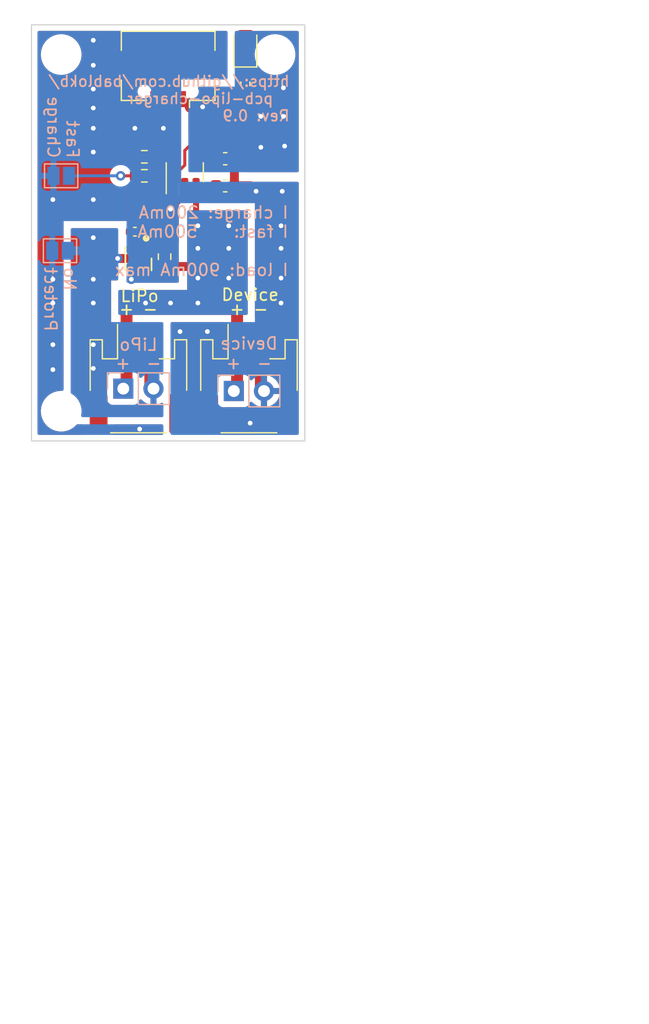
<source format=kicad_pcb>
(kicad_pcb (version 20211014) (generator pcbnew)
  (layers (0 "F.Cu" signal) (31 "B.Cu" signal) (34 "B.Paste" user) (35 "F.Paste" user) (36 "B.SilkS" user "B.Silkscreen") (37 "F.SilkS" user "F.Silkscreen") (38 "B.Mask" user) (39 "F.Mask" user) (44 "Edge.Cuts" user))
  (net 0 "")
  (net 1 "VBUS")
  (net 2 "GND")
  (net 3 "+BATT")
  (net 4 "Net-(C3-Pad1)")
  (net 5 "-BATT")
  (net 6 "Net-(D1-Pad1)")
  (net 7 "Net-(JP1-Pad2)")
  (net 8 "Net-(R1-Pad1)")
  (net 9 "Net-(R2-Pad1)")
  (footprint "user:MountingHole_2.4mm_M2" (layer "F.Cu") (at 120.5 102.5)
    (fp_text reference "H2" hide)
    (fp_text value "MountingHole")
    (pad "" np_thru_hole circle (at 0 0) (size 2.4 2.4) (drill 2.4) (layers F&B.Cu *.Mask))
  )
  (footprint "Capacitor_SMD:C_0603_1608Metric" (layer "F.Cu") (at 116.3 111.2625)
    (fp_text reference "C1" hide)
    (fp_text value "10µF")
    (fp_line (start -0.14058 -0.51) (end 0.14058 -0.51) (layer "F.SilkS") (width 0.12))
    (fp_line (start -0.14058 0.51) (end 0.14058 0.51) (layer "F.SilkS") (width 0.12))
    (pad "1" smd roundrect (at -0.775 0) (size 0.9 0.95) (layers "F.Cu" "F.Paste" "F.Mask") (net 1 "VBUS"))
    (pad "2" smd roundrect (at 0.775 0) (size 0.9 0.95) (layers "F.Cu" "F.Paste" "F.Mask") (net 2 "GND"))
  )
  (footprint "Capacitor_SMD:C_0402_1005Metric" (layer "F.Cu") (at 108.7 117.4 180)
    (fp_text reference "C3" hide)
    (fp_text value "100nF")
    (fp_line (start -0.107836 -0.36) (end 0.107836 -0.36) (layer "F.SilkS") (width 0.12))
    (fp_line (start -0.107836 0.36) (end 0.107836 0.36) (layer "F.SilkS") (width 0.12))
    (pad "1" smd roundrect (at -0.48 0 180) (size 0.56 0.62) (layers "F.Cu" "F.Paste" "F.Mask") (net 4 "Net-(C3-Pad1)"))
    (pad "2" smd roundrect (at 0.48 0 180) (size 0.56 0.62) (layers "F.Cu" "F.Paste" "F.Mask") (net 5 "-BATT"))
  )
  (footprint "user:MountingHole_2.4mm_M2" (layer "F.Cu") (at 102.5 132.5)
    (fp_text reference "H3" hide)
    (fp_text value "MountingHole")
    (pad "" np_thru_hole circle (at 0 0) (size 2.4 2.4) (drill 2.4) (layers F&B.Cu *.Mask))
  )
  (footprint "user:USB_Micro-B_JLCPCB_40942" (layer "F.Cu") (at 111.5 104.858 180)
    (fp_text reference "USB1" hide)
    (fp_text value "Micro-USB")
    (fp_line (start 3.94 4.318) (end 3.94 2.708) (layer "F.SilkS") (width 0.12))
    (fp_line (start -3.94 4.318) (end -3.94 2.708) (layer "F.SilkS") (width 0.12))
    (fp_line (start 3.94 0.208) (end 3.94 -1.502) (layer "F.SilkS") (width 0.12))
    (fp_line (start 3.94 -1.502) (end 1.8 -1.502) (layer "F.SilkS") (width 0.12))
    (fp_line (start -3.94 0.208) (end -3.94 -1.502) (layer "F.SilkS") (width 0.12))
    (fp_line (start -3.94 4.318) (end 3.94 4.318) (layer "F.SilkS") (width 0.12))
    (fp_line (start -1.8 -1.502) (end -1.8 -2.092) (layer "F.SilkS") (width 0.12))
    (fp_line (start -3.94 -1.502) (end -1.8 -1.502) (layer "F.SilkS") (width 0.12))
    (pad "" np_thru_hole circle locked (at -1.999 -0.756 180) (size 0.65 0.65) (drill 0.65) (layers *.Cu *.Mask) (clearance 0.01))
    (pad "" np_thru_hole circle locked (at 1.999 -0.756 180) (size 0.65 0.65) (drill 0.65) (layers *.Cu *.Mask) (clearance 0.01))
    (pad "1" smd rect locked (at -1.3 -1.392 180) (size 0.4 1.35) (layers "F.Cu" "F.Paste" "F.Mask") (net 1 "VBUS") (clearance 0.051))
    (pad "2" smd rect locked (at -0.65 -1.392 180) (size 0.4 1.35) (layers "F.Cu" "F.Paste" "F.Mask"))
    (pad "3" smd rect locked (at 0 -1.392 180) (size 0.4 1.35) (layers "F.Cu" "F.Paste" "F.Mask"))
    (pad "4" smd rect locked (at 0.65 -1.392 180) (size 0.4 1.35) (layers "F.Cu" "F.Paste" "F.Mask"))
    (pad "5" smd rect locked (at 1.3 -1.392 180) (size 0.4 1.35) (layers "F.Cu" "F.Paste" "F.Mask") (net 2 "GND") (clearance 0.051))
    (pad "6" smd rect locked (at -3.95 1.392 180) (size 1.9 1.9) (layers "F.Cu" "F.Paste" "F.Mask") (net 2 "GND"))
    (pad "6" smd rect locked (at 1.3 1.392 180) (size 1.9 1.9) (layers "F.Cu" "F.Paste" "F.Mask") (net 2 "GND"))
    (pad "6" smd rect locked (at -1.3 1.392 180) (size 1.9 1.9) (layers "F.Cu" "F.Paste" "F.Mask") (net 2 "GND"))
    (pad "6" smd rect locked (at 3.95 1.392 180) (size 1.9 1.9) (layers "F.Cu" "F.Paste" "F.Mask") (net 2 "GND"))
  )
  (footprint "Capacitor_SMD:C_0603_1608Metric" (layer "F.Cu") (at 116.3 113.5375 180)
    (fp_text reference "C2" hide)
    (fp_text value "10µF")
    (fp_line (start -0.14058 0.51) (end 0.14058 0.51) (layer "F.SilkS") (width 0.12))
    (fp_line (start -0.14058 -0.51) (end 0.14058 -0.51) (layer "F.SilkS") (width 0.12))
    (pad "1" smd roundrect (at -0.775 0 180) (size 0.9 0.95) (layers "F.Cu" "F.Paste" "F.Mask") (net 2 "GND"))
    (pad "2" smd roundrect (at 0.775 0 180) (size 0.9 0.95) (layers "F.Cu" "F.Paste" "F.Mask") (net 3 "+BATT"))
  )
  (footprint "Package_TO_SOT_SMD:SOT-23-5" (layer "F.Cu") (at 112.9 112.4 90)
    (fp_text reference "U1" hide)
    (fp_text value "MCP73831-2-OT")
    (fp_line (start 0 1.56) (end -0.8 1.56) (layer "F.SilkS") (width 0.12))
    (fp_line (start 0 -1.56) (end 0.8 -1.56) (layer "F.SilkS") (width 0.12))
    (fp_line (start 0 1.56) (end 0.8 1.56) (layer "F.SilkS") (width 0.12))
    (fp_line (start 0 -1.56) (end -1.8 -1.56) (layer "F.SilkS") (width 0.12))
    (pad "1" smd roundrect (at -1.1375 -0.95 90) (size 1.325 0.6) (layers "F.Cu" "F.Paste" "F.Mask") (net 9 "Net-(R2-Pad1)"))
    (pad "2" smd roundrect (at -1.1375 0 90) (size 1.325 0.6) (layers "F.Cu" "F.Paste" "F.Mask") (net 2 "GND"))
    (pad "3" smd roundrect (at -1.1375 0.95 90) (size 1.325 0.6) (layers "F.Cu" "F.Paste" "F.Mask") (net 3 "+BATT"))
    (pad "4" smd roundrect (at 1.1375 0.95 90) (size 1.325 0.6) (layers "F.Cu" "F.Paste" "F.Mask") (net 1 "VBUS"))
    (pad "5" smd roundrect (at 1.1375 -0.95 90) (size 1.325 0.6) (layers "F.Cu" "F.Paste" "F.Mask") (net 8 "Net-(R1-Pad1)"))
  )
  (footprint "Resistor_SMD:R_0402_1005Metric" (layer "F.Cu") (at 118 104.9625 90)
    (fp_text reference "R2" hide)
    (fp_text value "330Ω")
    (fp_line (start -0.153641 -0.38) (end 0.153641 -0.38) (layer "F.SilkS") (width 0.12))
    (fp_line (start -0.153641 0.38) (end 0.153641 0.38) (layer "F.SilkS") (width 0.12))
    (pad "1" smd roundrect (at -0.51 0 90) (size 0.54 0.64) (layers "F.Cu" "F.Paste" "F.Mask") (net 9 "Net-(R2-Pad1)"))
    (pad "2" smd roundrect (at 0.51 0 90) (size 0.54 0.64) (layers "F.Cu" "F.Paste" "F.Mask") (net 6 "Net-(D1-Pad1)"))
  )
  (footprint "Connector_JST:JST_PH_S2B-PH-SM4-TB_1x02-1MP_P2.00mm_Horizontal" (layer "F.Cu") (at 118.3 129.8)
    (fp_text reference "J1" hide)
    (fp_text value "JST-PH2 Device")
    (fp_line (start 3.04 -1.71) (end 1.76 -1.71) (layer "F.SilkS") (width 0.12))
    (fp_line (start -1.76 -1.71) (end -1.76 -4.6) (layer "F.SilkS") (width 0.12))
    (fp_line (start 4.06 0.94) (end 4.06 -3.31) (layer "F.SilkS") (width 0.12))
    (fp_line (start -4.06 -3.31) (end -3.04 -3.31) (layer "F.SilkS") (width 0.12))
    (fp_line (start -2.34 4.51) (end 2.34 4.51) (layer "F.SilkS") (width 0.12))
    (fp_line (start -3.04 -1.71) (end -1.76 -1.71) (layer "F.SilkS") (width 0.12))
    (fp_line (start 4.06 -3.31) (end 3.04 -3.31) (layer "F.SilkS") (width 0.12))
    (fp_line (start -3.04 -3.31) (end -3.04 -1.71) (layer "F.SilkS") (width 0.12))
    (fp_line (start 3.04 -3.31) (end 3.04 -1.71) (layer "F.SilkS") (width 0.12))
    (fp_line (start -4.06 0.94) (end -4.06 -3.31) (layer "F.SilkS") (width 0.12))
    (pad "1" smd roundrect (at -1 -2.85) (size 1 3.5) (layers "F.Cu" "F.Paste" "F.Mask") (net 3 "+BATT"))
    (pad "2" smd roundrect (at 1 -2.85) (size 1 3.5) (layers "F.Cu" "F.Paste" "F.Mask") (net 2 "GND"))
    (pad "MP" smd roundrect (at 3.35 2.9) (size 1.5 3.4) (layers "F.Cu" "F.Paste" "F.Mask") (roundrect_rratio 0.166667))
    (pad "MP" smd roundrect (at -3.35 2.9) (size 1.5 3.4) (layers "F.Cu" "F.Paste" "F.Mask") (roundrect_rratio 0.166667))
  )
  (footprint "LED_SMD:LED_0805_2012Metric" (layer "F.Cu") (at 118 101.8625 90)
    (fp_text reference "D1" hide)
    (fp_text value "LED_RED")
    (fp_line (start -1.685 -0.96) (end -1.685 0.96) (layer "F.SilkS") (width 0.12))
    (fp_line (start 1 -0.96) (end -1.685 -0.96) (layer "F.SilkS") (width 0.12))
    (fp_line (start -1.685 0.96) (end 1 0.96) (layer "F.SilkS") (width 0.12))
    (pad "1" smd roundrect (at -0.9375 0 90) (size 0.975 1.4) (layers "F.Cu" "F.Paste" "F.Mask") (net 6 "Net-(D1-Pad1)"))
    (pad "2" smd roundrect (at 0.9375 0 90) (size 0.975 1.4) (layers "F.Cu" "F.Paste" "F.Mask") (net 1 "VBUS"))
  )
  (footprint "user:DFN-2x2mm-0.75" (layer "F.Cu") (at 109 119.654304 -90)
    (fp_text reference "U2" hide)
    (fp_text value "XB6166IS")
    (fp_line (start -1 1.1) (end 1 1.1) (layer "F.SilkS") (width 0.15))
    (fp_line (start 0 -1.1) (end 1 -1.1) (layer "F.SilkS") (width 0.15))
    (fp_circle (center -1.7 -0.65) (end -1.476393 -0.65) (layer "F.SilkS") (width 0.12) (fill solid))
    (pad "1" smd rect (at -0.925 -0.65 270) (size 0.5 0.35) (layers "F.Cu" "F.Paste" "F.Mask") (net 4 "Net-(C3-Pad1)"))
    (pad "2" smd rect (at -0.925 0 270) (size 0.5 0.35) (layers "F.Cu" "F.Paste" "F.Mask") (net 5 "-BATT"))
    (pad "3" smd rect (at -0.925 0.65 270) (size 0.5 0.35) (layers "F.Cu" "F.Paste" "F.Mask") (net 5 "-BATT"))
    (pad "4" smd rect (at 0.925 0.65 270) (size 0.5 0.35) (layers "F.Cu" "F.Paste" "F.Mask") (net 2 "GND"))
    (pad "5" smd rect (at 0.925 0 270) (size 0.5 0.35) (layers "F.Cu" "F.Paste" "F.Mask") (net 2 "GND"))
    (pad "6" smd rect (at 0.925 -0.65 270) (size 0.5 0.35) (layers "F.Cu" "F.Paste" "F.Mask") (net 2 "GND"))
    (pad "7" smd rect (at 0 0 270) (size 0.85 1.45) (layers "F.Cu" "F.Mask") (net 5 "-BATT"))
  )
  (footprint "Resistor_SMD:R_0603_1608Metric" (layer "F.Cu") (at 109.5 111.1 180)
    (fp_text reference "R1" hide)
    (fp_text value "4K99")
    (fp_line (start -0.237258 0.5225) (end 0.237258 0.5225) (layer "F.SilkS") (width 0.12))
    (fp_line (start -0.237258 -0.5225) (end 0.237258 -0.5225) (layer "F.SilkS") (width 0.12))
    (pad "1" smd roundrect (at -0.825 0 180) (size 0.8 0.95) (layers "F.Cu" "F.Paste" "F.Mask") (net 8 "Net-(R1-Pad1)"))
    (pad "2" smd roundrect (at 0.825 0 180) (size 0.8 0.95) (layers "F.Cu" "F.Paste" "F.Mask") (net 2 "GND"))
  )
  (footprint "Connector_JST:JST_PH_S2B-PH-SM4-TB_1x02-1MP_P2.00mm_Horizontal" (layer "F.Cu") (at 109 129.8)
    (fp_text reference "J3" hide)
    (fp_text value "JST-PH2 Bat")
    (fp_line (start -3.04 -1.71) (end -1.76 -1.71) (layer "F.SilkS") (width 0.12))
    (fp_line (start 3.04 -1.71) (end 1.76 -1.71) (layer "F.SilkS") (width 0.12))
    (fp_line (start 4.06 -3.31) (end 3.04 -3.31) (layer "F.SilkS") (width 0.12))
    (fp_line (start -4.06 0.94) (end -4.06 -3.31) (layer "F.SilkS") (width 0.12))
    (fp_line (start 4.06 0.94) (end 4.06 -3.31) (layer "F.SilkS") (width 0.12))
    (fp_line (start -1.76 -1.71) (end -1.76 -4.6) (layer "F.SilkS") (width 0.12))
    (fp_line (start -4.06 -3.31) (end -3.04 -3.31) (layer "F.SilkS") (width 0.12))
    (fp_line (start -3.04 -3.31) (end -3.04 -1.71) (layer "F.SilkS") (width 0.12))
    (fp_line (start -2.34 4.51) (end 2.34 4.51) (layer "F.SilkS") (width 0.12))
    (fp_line (start 3.04 -3.31) (end 3.04 -1.71) (layer "F.SilkS") (width 0.12))
    (pad "1" smd roundrect (at -1 -2.85) (size 1 3.5) (layers "F.Cu" "F.Paste" "F.Mask") (net 3 "+BATT"))
    (pad "2" smd roundrect (at 1 -2.85) (size 1 3.5) (layers "F.Cu" "F.Paste" "F.Mask") (net 5 "-BATT"))
    (pad "MP" smd roundrect (at 3.35 2.9) (size 1.5 3.4) (layers "F.Cu" "F.Paste" "F.Mask") (roundrect_rratio 0.166667))
    (pad "MP" smd roundrect (at -3.35 2.9) (size 1.5 3.4) (layers "F.Cu" "F.Paste" "F.Mask") (roundrect_rratio 0.166667))
  )
  (footprint "Resistor_SMD:R_0603_1608Metric" (layer "F.Cu") (at 109.5 112.7 180)
    (fp_text reference "R4" hide)
    (fp_text value "3K3")
    (fp_line (start -0.237258 -0.5225) (end 0.237258 -0.5225) (layer "F.SilkS") (width 0.12))
    (fp_line (start -0.237258 0.5225) (end 0.237258 0.5225) (layer "F.SilkS") (width 0.12))
    (pad "1" smd roundrect (at -0.825 0 180) (size 0.8 0.95) (layers "F.Cu" "F.Paste" "F.Mask") (net 8 "Net-(R1-Pad1)"))
    (pad "2" smd roundrect (at 0.825 0 180) (size 0.8 0.95) (layers "F.Cu" "F.Paste" "F.Mask") (net 7 "Net-(JP1-Pad2)"))
  )
  (footprint "Resistor_SMD:R_0603_1608Metric" (layer "F.Cu") (at 111.2 119.5 -90)
    (fp_text reference "R3" hide)
    (fp_text value "1K")
    (fp_line (start -0.237258 0.5225) (end 0.237258 0.5225) (layer "F.SilkS") (width 0.12))
    (fp_line (start -0.237258 -0.5225) (end 0.237258 -0.5225) (layer "F.SilkS") (width 0.12))
    (pad "1" smd roundrect (at -0.825 0 270) (size 0.8 0.95) (layers "F.Cu" "F.Paste" "F.Mask") (net 4 "Net-(C3-Pad1)"))
    (pad "2" smd roundrect (at 0.825 0 270) (size 0.8 0.95) (layers "F.Cu" "F.Paste" "F.Mask") (net 3 "+BATT"))
  )
  (footprint "user:MountingHole_2.4mm_M2" (layer "F.Cu") (at 102.5 102.5)
    (fp_text reference "H1" hide)
    (fp_text value "MountingHole")
    (pad "" np_thru_hole circle (at 0 0) (size 2.4 2.4) (drill 2.4) (layers F&B.Cu *.Mask))
  )
  (footprint "Connector_PinHeader_2.54mm:PinHeader_1x02_P2.54mm_Vertical" (layer "B.Cu") (at 117.025 130.8 -90)
    (fp_text reference "J2" hide)
    (fp_text value "Alt Device" hide)
    (fp_line (start 1.33 -1.27) (end 1.33 -3.87) (layer "B.SilkS") (width 0.12))
    (fp_line (start -1.33 1.33) (end 0 1.33) (layer "B.SilkS") (width 0.12))
    (fp_line (start -1.33 -1.27) (end 1.33 -1.27) (layer "B.SilkS") (width 0.12))
    (fp_line (start -1.33 -3.87) (end 1.33 -3.87) (layer "B.SilkS") (width 0.12))
    (fp_line (start -1.33 -1.27) (end -1.33 -3.87) (layer "B.SilkS") (width 0.12))
    (fp_line (start -1.33 0) (end -1.33 1.33) (layer "B.SilkS") (width 0.12))
    (pad "1" thru_hole rect (at 0 0 270) (size 1.7 1.7) (drill 1) (layers *.Cu *.Mask) (net 3 "+BATT"))
    (pad "2" thru_hole oval (at 0 -2.54 270) (size 1.7 1.7) (drill 1) (layers *.Cu *.Mask) (net 2 "GND"))
  )
  (footprint "Connector_PinHeader_2.54mm:PinHeader_1x02_P2.54mm_Vertical" (layer "B.Cu") (at 107.725 130.6 -90)
    (fp_text reference "J4" hide)
    (fp_text value "Alt Bat" hide)
    (fp_line (start -1.33 1.33) (end 0 1.33) (layer "B.SilkS") (width 0.12))
    (fp_line (start 1.33 -1.27) (end 1.33 -3.87) (layer "B.SilkS") (width 0.12))
    (fp_line (start -1.33 -3.87) (end 1.33 -3.87) (layer "B.SilkS") (width 0.12))
    (fp_line (start -1.33 0) (end -1.33 1.33) (layer "B.SilkS") (width 0.12))
    (fp_line (start -1.33 -1.27) (end -1.33 -3.87) (layer "B.SilkS") (width 0.12))
    (fp_line (start -1.33 -1.27) (end 1.33 -1.27) (layer "B.SilkS") (width 0.12))
    (pad "1" thru_hole rect (at 0 0 270) (size 1.7 1.7) (drill 1) (layers *.Cu *.Mask) (net 3 "+BATT"))
    (pad "2" thru_hole oval (at 0 -2.54 270) (size 1.7 1.7) (drill 1) (layers *.Cu *.Mask) (net 5 "-BATT"))
  )
  (footprint "Jumper:SolderJumper-2_P1.3mm_Open_Pad1.0x1.5mm" (layer "B.Cu") (at 102.4 119 180)
    (fp_text reference "JP2" hide)
    (fp_text value "No_Protect" hide)
    (fp_line (start 1.4 -1) (end -1.4 -1) (layer "B.SilkS") (width 0.12))
    (fp_line (start -1.4 -1) (end -1.4 1) (layer "B.SilkS") (width 0.12))
    (fp_line (start -1.4 1) (end 1.4 1) (layer "B.SilkS") (width 0.12))
    (fp_line (start 1.4 1) (end 1.4 -1) (layer "B.SilkS") (width 0.12))
    (pad "1" smd rect (at -0.65 0 180) (size 1 1.5) (layers "B.Cu" "B.Mask") (net 5 "-BATT"))
    (pad "2" smd rect (at 0.65 0 180) (size 1 1.5) (layers "B.Cu" "B.Mask") (net 2 "GND"))
  )
  (footprint "Jumper:SolderJumper-2_P1.3mm_Open_Pad1.0x1.5mm" (layer "B.Cu") (at 102.5 112.7)
    (fp_text reference "JP1" hide)
    (fp_text value "Fast_Charge" hide)
    (fp_line (start -1.4 1) (end 1.4 1) (layer "B.SilkS") (width 0.12))
    (fp_line (start -1.4 -1) (end -1.4 1) (layer "B.SilkS") (width 0.12))
    (fp_line (start 1.4 1) (end 1.4 -1) (layer "B.SilkS") (width 0.12))
    (fp_line (start 1.4 -1) (end -1.4 -1) (layer "B.SilkS") (width 0.12))
    (pad "1" smd rect (at -0.65 0) (size 1 1.5) (layers "B.Cu" "B.Mask") (net 2 "GND"))
    (pad "2" smd rect (at 0.65 0) (size 1 1.5) (layers "B.Cu" "B.Mask") (net 7 "Net-(JP1-Pad2)"))
  )
  (gr_line (start 100 100) (end 123 100) (layer "Edge.Cuts") (width 0.1))
  (gr_line (start 123 100) (end 123 135) (layer "Edge.Cuts") (width 0.1))
  (gr_line (start 100 135) (end 100 100) (layer "Edge.Cuts") (width 0.1))
  (gr_line (start 123 135) (end 100 135) (layer "Edge.Cuts") (width 0.1))
  (gr_text "https://github.com/bablokb/\n  pcb-lipo-charger\nRev: 0.9" (at 121.8 106.2) (layer "B.SilkS") (effects (font (size 0.9 0.9)) (justify left mirror)))
  (gr_text "Device" (at 118.3 126.8) (layer "B.SilkS") (effects (font (size 1 1)) (justify mirror)))
  (gr_text "-" (at 110.3 128.6 180) (layer "B.SilkS") (effects (font (size 1 1)) (justify mirror)))
  (gr_text "No\nProtect" (at 102.4 120.3 270) (layer "B.SilkS") (effects (font (size 1 1)) (justify right mirror)))
  (gr_text "Fast\nCharge" (at 102.65 111.3 270) (layer "B.SilkS") (effects (font (size 1 1)) (justify left mirror)))
  (gr_text "+" (at 107.7 128.6 180) (layer "B.SilkS") (effects (font (size 1 1)) (justify mirror)))
  (gr_text "LiPo" (at 109 126.9) (layer "B.SilkS") (effects (font (size 1 1)) (justify mirror)))
  (gr_text "-" (at 119.6 128.6 180) (layer "B.SilkS") (effects (font (size 1 1)) (justify mirror)))
  (gr_text "I charge: 200mA\nI fast:    500mA\n\nI load: 900mA max" (at 121.7 118.2) (layer "B.SilkS") (effects (font (size 1 1)) (justify left mirror)))
  (gr_text "+" (at 117 128.6 180) (layer "B.SilkS") (effects (font (size 1 1)) (justify mirror)))
  (gr_text "+" (at 108 123.9) (layer "F.SilkS") (effects (font (size 1 1))))
  (gr_text "LiPo" (at 109.1 122.8) (layer "F.SilkS") (effects (font (size 1 1))))
  (gr_text "Device" (at 118.4 122.7) (layer "F.SilkS") (effects (font (size 1 1))))
  (gr_text "-" (at 119.3 123.9) (layer "F.SilkS") (effects (font (size 1 1))))
  (gr_text "-" (at 110 123.9) (layer "F.SilkS") (effects (font (size 1 1))))
  (gr_text "+" (at 117.3 123.9) (layer "F.SilkS") (effects (font (size 1 1))))
  (segment (start 113.6 107) (end 113 106.4) (width 0.5) (layer "F.Cu") (net 1))
  (segment (start 112.8 106.3) (end 112.8 106.25) (width 0.5) (layer "F.Cu") (net 1))
  (segment (start 114.4 106.9) (end 113.4 106.9) (width 1) (layer "F.Cu") (net 1))
  (via (at 119.3 110.3) (size 0.8) (drill 0.4) (layers "F.Cu" "B.Cu") (net 1))
  (via (at 121.3 110.2) (size 0.8) (drill 0.4) (layers "F.Cu" "B.Cu") (net 1))
  (via (at 121.2 107.7) (size 0.8) (drill 0.4) (layers "F.Cu" "B.Cu") (net 1))
  (via (at 114.4 106.9) (size 0.8) (drill 0.4) (layers "F.Cu" "B.Cu") (net 1))
  (via (at 121.2 105.3) (size 0.8) (drill 0.4) (layers "F.Cu" "B.Cu") (net 1))
  (via (at 119.3 107.7) (size 0.8) (drill 0.4) (layers "F.Cu" "B.Cu") (net 1))
  (segment (start 117.075 113.5375) (end 118.4375 113.5375) (width 0.75) (layer "F.Cu") (net 2))
  (segment (start 112.9 114.3) (end 111.7 115.5) (width 0.5) (layer "F.Cu") (net 2))
  (segment (start 119.565 130.8) (end 119.3 130.535) (width 1) (layer "F.Cu") (net 2))
  (segment (start 112.9 113.5375) (end 112.9 114.3) (width 0.5) (layer "F.Cu") (net 2))
  (segment (start 118.4375 113.5375) (end 118.9 114) (width 0.75) (layer "F.Cu") (net 2))
  (segment (start 119.565 127.215) (end 119.3 126.95) (width 0.25) (layer "F.Cu") (net 2))
  (segment (start 108.35 121.35) (end 108.4 121.4) (width 0.25) (layer "F.Cu") (net 2))
  (segment (start 108.35 120.579304) (end 108.35 121.35) (width 0.25) (layer "F.Cu") (net 2))
  (segment (start 117.075 113.5375) (end 117.075 111.2625) (width 0.75) (layer "F.Cu") (net 2))
  (segment (start 109.65 120.579304) (end 108.35 120.579304) (width 0.25) (layer "F.Cu") (net 2))
  (segment (start 119.3 130.535) (end 119.3 127.48) (width 1) (layer "F.Cu") (net 2))
  (via (at 105.2 101.3) (size 0.8) (drill 0.4) (layers "F.Cu" "B.Cu") (net 2))
  (via (at 105.2 110.7) (size 0.8) (drill 0.4) (layers "F.Cu" "B.Cu") (net 2))
  (via (at 118.9 114) (size 0.8) (drill 0.4) (layers "F.Cu" "B.Cu") (net 2))
  (via (at 101.8 126.9) (size 0.8) (drill 0.4) (layers "F.Cu" "B.Cu") (net 2))
  (via (at 111.7 115.5) (size 0.8) (drill 0.4) (layers "F.Cu" "B.Cu") (net 2))
  (via (at 101.8 114.7) (size 0.8) (drill 0.4) (layers "F.Cu" "B.Cu") (net 2))
  (via (at 109.1 134) (size 0.8) (drill 0.4) (layers "F.Cu" "B.Cu") (net 2))
  (via (at 101.8 129) (size 0.8) (drill 0.4) (layers "F.Cu" "B.Cu") (net 2))
  (via (at 105.2 103.4) (size 0.8) (drill 0.4) (layers "F.Cu" "B.Cu") (net 2))
  (via (at 108.7 108.7) (size 0.8) (drill 0.4) (layers "F.Cu" "B.Cu") (net 2))
  (via (at 105.2 107) (size 0.8) (drill 0.4) (layers "F.Cu" "B.Cu") (net 2))
  (via (at 111.1 108.7) (size 0.8) (drill 0.4) (layers "F.Cu" "B.Cu") (net 2))
  (via (at 105.2 108.7) (size 0.8) (drill 0.4) (layers "F.Cu" "B.Cu") (net 2))
  (via (at 121 116.9) (size 0.8) (drill 0.4) (layers "F.Cu" "B.Cu") (net 2))
  (via (at 112.5 125.8) (size 0.8) (drill 0.4) (layers "F.Cu" "B.Cu") (net 2))
  (via (at 121 123.4) (size 0.8) (drill 0.4) (layers "F.Cu" "B.Cu") (net 2))
  (via (at 121 121.3) (size 0.8) (drill 0.4) (layers "F.Cu" "B.Cu") (net 2))
  (via (at 101.8 121.4) (size 0.8) (drill 0.4) (layers "F.Cu" "B.Cu") (net 2))
  (via (at 121.1 114) (size 0.8) (drill 0.4) (layers "F.Cu" "B.Cu") (net 2))
  (via (at 105.2 114.7) (size 0.8) (drill 0.4) (layers "F.Cu" "B.Cu") (net 2))
  (via (at 105.2 105.4) (size 0.8) (drill 0.4) (layers "F.Cu" "B.Cu") (net 2))
  (via (at 118.4 133.5) (size 0.8) (drill 0.4) (layers "F.Cu" "B.Cu") (net 2))
  (via (at 121 118.8) (size 0.8) (drill 0.4) (layers "F.Cu" "B.Cu") (net 2))
  (via (at 108.4 121.4) (size 0.8) (drill 0.4) (layers "F.Cu" "B.Cu") (net 2))
  (via (at 101.8 123.4) (size 0.8) (drill 0.4) (layers "F.Cu" "B.Cu") (net 2))
  (via (at 114.8 125.8) (size 0.8) (drill 0.4) (layers "F.Cu" "B.Cu") (net 2))
  (segment (start 113.85 116.75) (end 114 116.9) (width 0.5) (layer "F.Cu") (net 3))
  (segment (start 111.2 120.325) (end 113.725 120.325) (width 0.75) (layer "F.Cu") (net 3))
  (segment (start 113.85 113.5375) (end 115.525 113.5375) (width 0.5) (layer "F.Cu") (net 3))
  (segment (start 117.3 126.95) (end 117.3 123.8) (width 1) (layer "F.Cu") (net 3))
  (segment (start 108 130.325) (end 107.725 130.6) (width 1) (layer "F.Cu") (net 3))
  (segment (start 117.3 126.95) (end 117.3 130.525) (width 1) (layer "F.Cu") (net 3))
  (segment (start 117.3 130.525) (end 117.025 130.8) (width 1) (layer "F.Cu") (net 3))
  (segment (start 108 126.95) (end 108 130.325) (width 1) (layer "F.Cu") (net 3))
  (segment (start 108 126.95) (end 108 124.1) (width 1) (layer "F.Cu") (net 3))
  (segment (start 113.85 113.5375) (end 113.85 116.75) (width 0.5) (layer "F.Cu") (net 3))
  (via (at 109.6 123.4) (size 0.8) (drill 0.4) (layers "F.Cu" "B.Cu") (net 3))
  (via (at 114 116.9) (size 0.8) (drill 0.4) (layers "F.Cu" "B.Cu") (net 3))
  (via (at 116.6 116.9) (size 0.8) (drill 0.4) (layers "F.Cu" "B.Cu") (net 3))
  (via (at 114 121.3) (size 0.8) (drill 0.4) (layers "F.Cu" "B.Cu") (net 3))
  (via (at 116.6 121.3) (size 0.8) (drill 0.4) (layers "F.Cu" "B.Cu") (net 3))
  (via (at 114 123.4) (size 0.8) (drill 0.4) (layers "F.Cu" "B.Cu") (net 3))
  (via (at 116.6 118.8) (size 0.8) (drill 0.4) (layers "F.Cu" "B.Cu") (net 3))
  (via (at 111.7 123.4) (size 0.8) (drill 0.4) (layers "F.Cu" "B.Cu") (net 3))
  (via (at 114 118.8) (size 0.8) (drill 0.4) (layers "F.Cu" "B.Cu") (net 3))
  (segment (start 109.3 117.4) (end 109.65 117.75) (width 0.25) (layer "F.Cu") (net 4))
  (segment (start 111.145696 118.729304) (end 111.2 118.675) (width 0.25) (layer "F.Cu") (net 4))
  (segment (start 109.65 117.75) (end 109.65 118.729304) (width 0.25) (layer "F.Cu") (net 4))
  (segment (start 109.65 118.729304) (end 111.145696 118.729304) (width 0.25) (layer "F.Cu") (net 4))
  (segment (start 109.18 117.4) (end 109.3 117.4) (width 0.25) (layer "F.Cu") (net 4))
  (segment (start 110 130.335) (end 110 126.95) (width 1) (layer "F.Cu") (net 5))
  (segment (start 108.22 117.4) (end 108.22 118.599304) (width 0.25) (layer "F.Cu") (net 5))
  (segment (start 110.265 130.6) (end 110 130.335) (width 1) (layer "F.Cu") (net 5))
  (segment (start 108.35 118.729304) (end 109 118.729304) (width 0.25) (layer "F.Cu") (net 5))
  (segment (start 108.22 118.599304) (end 108.35 118.729304) (width 0.25) (layer "F.Cu") (net 5))
  (segment (start 109 119.654304) (end 107.254304 119.654304) (width 0.75) (layer "F.Cu") (net 5))
  (segment (start 107.254304 119.654304) (end 107.25 119.65) (width 0.25) (layer "F.Cu") (net 5))
  (segment (start 109 118.729304) (end 109 119.654304) (width 0.25) (layer "F.Cu") (net 5))
  (via (at 105.2 121.4) (size 0.8) (drill 0.4) (layers "F.Cu" "B.Cu") (net 5))
  (via (at 105.2 126.9) (size 0.8) (drill 0.4) (layers "F.Cu" "B.Cu") (net 5))
  (via (at 105.2 117.9) (size 0.8) (drill 0.4) (layers "F.Cu" "B.Cu") (net 5))
  (via (at 105.2 123.4) (size 0.8) (drill 0.4) (layers "F.Cu" "B.Cu") (net 5))
  (via (at 107.25 119.65) (size 0.8) (drill 0.4) (layers "F.Cu" "B.Cu") (net 5))
  (via (at 105.2 128.9) (size 0.8) (drill 0.4) (layers "F.Cu" "B.Cu") (net 5))
  (segment (start 103.05 119) (end 104.9 119) (width 0.75) (layer "B.Cu") (net 5))
  (segment (start 110.265 130.6) (end 110.265 129.135) (width 1) (layer "B.Cu") (net 5))
  (segment (start 118 104.4525) (end 118 102.8) (width 0.25) (layer "F.Cu") (net 6))
  (segment (start 108.675 112.7) (end 107.5 112.7) (width 0.25) (layer "F.Cu") (net 7))
  (via (at 107.5 112.7) (size 0.8) (drill 0.4) (layers "F.Cu" "B.Cu") (net 7))
  (segment (start 107.5 112.7) (end 103.15 112.7) (width 0.25) (layer "B.Cu") (net 7))
  (segment (start 110.325 111.1) (end 111.7875 111.1) (width 0.25) (layer "F.Cu") (net 8))
  (segment (start 111.7875 111.1) (end 111.95 111.2625) (width 0.25) (layer "F.Cu") (net 8))
  (segment (start 110.325 111.1) (end 110.325 112.7) (width 0.25) (layer "F.Cu") (net 8))
  (segment (start 112.9 110.5725) (end 118 105.4725) (width 0.25) (layer "F.Cu") (net 9))
  (segment (start 112.9 111.8) (end 112.9 110.5725) (width 0.25) (layer "F.Cu") (net 9))
  (segment (start 111.95 112.75) (end 112.9 111.8) (width 0.25) (layer "F.Cu") (net 9))
  (segment (start 111.95 113.5375) (end 111.95 112.75) (width 0.25) (layer "F.Cu") (net 9))
  (zone (net 3) (net_name "+BATT") (layers F&B.Cu) (connect_pads (clearance 0.508)) (min_thickness 0.254) (fill yes (thermal_gap 0.508) (thermal_bridge_width 0.508))
    (polygon (pts (xy 118.2 124.4) (xy 107.3 124.4) (xy 107.3 122.3) (xy 113.1 122.3) (xy 113.1 115.6) (xy 118.2 115.6)))
  )
  (zone (net 5) (net_name "-BATT") (layers F&B.Cu) (connect_pads (clearance 0.508)) (min_thickness 0.254) (fill yes (thermal_gap 0.508) (thermal_bridge_width 0.508))
    (polygon (pts (xy 107.3 121.5) (xy 106.7 121.5) (xy 106.7 125) (xy 111.1 125) (xy 111.1 133) (xy 103.3 133) (xy 103.3 117.1) (xy 107.3 117.1)))
  )
  (zone (net 2) (net_name "GND") (layers F&B.Cu) (connect_pads (clearance 0.508)) (min_thickness 0.254) (fill yes (thermal_gap 0.508) (thermal_bridge_width 0.508))
    (polygon (pts (xy 122.7 115) (xy 112.4 115) (xy 112.4 113.2) (xy 122.7 113.2)))
  )
  (zone (net 2) (net_name "GND") (layers F&B.Cu) (connect_pads (clearance 0.508)) (min_thickness 0.254) (fill yes (thermal_gap 0.508) (thermal_bridge_width 0.508))
    (polygon (pts (xy 116.500015 100.19756) (xy 116.5 104.6) (xy 112.6 104.6) (xy 112.6 113.3) (xy 108 113.3) (xy 108 116.5) (xy 102.7 116.5) (xy 102.7 133.6) (xy 111.1 133.6) (xy 111.1 134.7) (xy 100.1 134.7) (xy 100.100015 100.09756)))
  )
  (zone (net 1) (net_name "VBUS") (layers F&B.Cu) (connect_pads (clearance 0.508)) (min_thickness 0.254) (fill yes (thermal_gap 0.508) (thermal_bridge_width 0.508))
    (polygon (pts (xy 122.7 112.4) (xy 113.2 112.4) (xy 113.2 105.2) (xy 117.1 105.2) (xy 117.1 100.2) (xy 122.7 100.2)))
  )
  (zone (net 2) (net_name "GND") (layers F&B.Cu) (connect_pads (clearance 0.508)) (min_thickness 0.254) (fill yes (thermal_gap 0.508) (thermal_bridge_width 0.508))
    (polygon (pts (xy 122.7 134.5) (xy 118.8 134.5) (xy 118.8 115) (xy 122.7 115)))
  )
  (zone (net 2) (net_name "GND") (layers F&B.Cu) (connect_pads (clearance 0.508)) (min_thickness 0.254) (fill yes (thermal_gap 0.508) (thermal_bridge_width 0.508))
    (polygon (pts (xy 112.4 121.7) (xy 111.8 121.7) (xy 108 121.7) (xy 108 113.2) (xy 112.4 113.2)))
  )
  (zone (net 2) (net_name "GND") (layers F&B.Cu) (connect_pads (clearance 0.508)) (min_thickness 0.254) (fill yes (thermal_gap 0.508) (thermal_bridge_width 0.508))
    (polygon (pts (xy 122.7 134.5) (xy 111.7 134.5) (xy 111.7 125) (xy 122.7 125)))
  )
)
</source>
